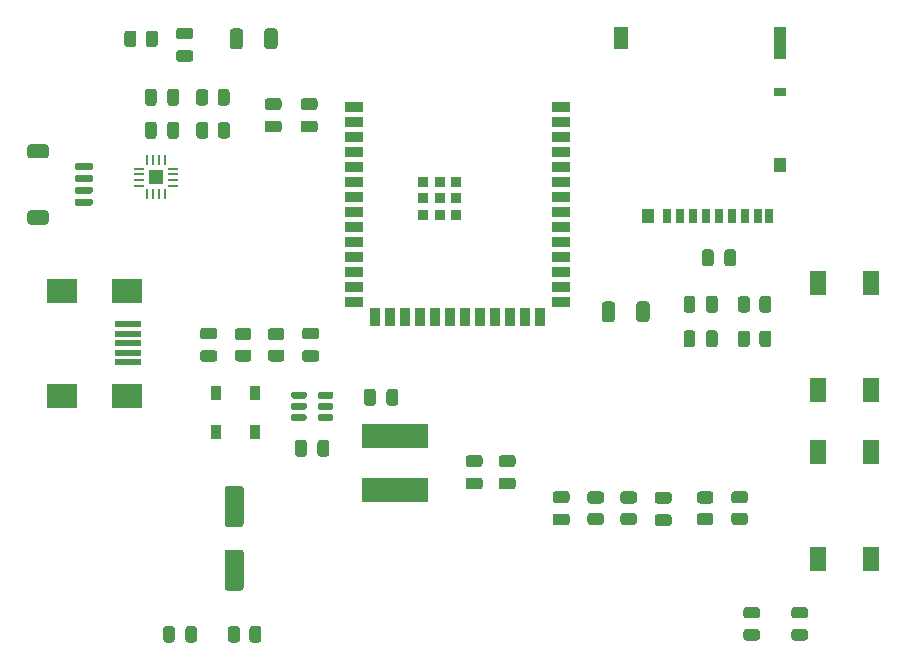
<source format=gtp>
G04 #@! TF.GenerationSoftware,KiCad,Pcbnew,6.0.2+dfsg-1*
G04 #@! TF.CreationDate,2023-03-16T12:58:22-06:00*
G04 #@! TF.ProjectId,ckt-soundplay,636b742d-736f-4756-9e64-706c61792e6b,rev?*
G04 #@! TF.SameCoordinates,Original*
G04 #@! TF.FileFunction,Paste,Top*
G04 #@! TF.FilePolarity,Positive*
%FSLAX46Y46*%
G04 Gerber Fmt 4.6, Leading zero omitted, Abs format (unit mm)*
G04 Created by KiCad (PCBNEW 6.0.2+dfsg-1) date 2023-03-16 12:58:22*
%MOMM*%
%LPD*%
G01*
G04 APERTURE LIST*
%ADD10R,1.400000X2.100000*%
%ADD11R,1.500000X0.900000*%
%ADD12R,0.900000X1.500000*%
%ADD13R,0.900000X0.900000*%
%ADD14R,5.562600X2.108200*%
%ADD15R,0.700000X1.200000*%
%ADD16R,1.000000X0.800000*%
%ADD17R,1.000000X1.200000*%
%ADD18R,1.300000X1.900000*%
%ADD19R,1.000000X2.800000*%
%ADD20R,2.300000X0.500000*%
%ADD21R,2.500000X2.000000*%
%ADD22R,0.900000X1.200000*%
%ADD23R,0.812800X0.254000*%
%ADD24R,0.254000X0.812800*%
%ADD25R,1.244600X1.244600*%
G04 APERTURE END LIST*
G36*
G01*
X35876001Y-144874000D02*
X35876001Y-143924000D01*
G75*
G02*
X36126001Y-143674000I250000J0D01*
G01*
X36626001Y-143674000D01*
G75*
G02*
X36876001Y-143924000I0J-250000D01*
G01*
X36876001Y-144874000D01*
G75*
G02*
X36626001Y-145124000I-250000J0D01*
G01*
X36126001Y-145124000D01*
G75*
G02*
X35876001Y-144874000I0J250000D01*
G01*
G37*
G36*
G01*
X37776001Y-144874000D02*
X37776001Y-143924000D01*
G75*
G02*
X38026001Y-143674000I250000J0D01*
G01*
X38526001Y-143674000D01*
G75*
G02*
X38776001Y-143924000I0J-250000D01*
G01*
X38776001Y-144874000D01*
G75*
G02*
X38526001Y-145124000I-250000J0D01*
G01*
X38026001Y-145124000D01*
G75*
G02*
X37776001Y-144874000I0J250000D01*
G01*
G37*
D10*
X92873000Y-180699000D03*
X92873000Y-171599000D03*
X97373000Y-180699000D03*
X97373000Y-171599000D03*
G36*
G01*
X48238000Y-166967000D02*
X48238000Y-166667000D01*
G75*
G02*
X48388000Y-166517000I150000J0D01*
G01*
X49413000Y-166517000D01*
G75*
G02*
X49563000Y-166667000I0J-150000D01*
G01*
X49563000Y-166967000D01*
G75*
G02*
X49413000Y-167117000I-150000J0D01*
G01*
X48388000Y-167117000D01*
G75*
G02*
X48238000Y-166967000I0J150000D01*
G01*
G37*
G36*
G01*
X48238000Y-167917000D02*
X48238000Y-167617000D01*
G75*
G02*
X48388000Y-167467000I150000J0D01*
G01*
X49413000Y-167467000D01*
G75*
G02*
X49563000Y-167617000I0J-150000D01*
G01*
X49563000Y-167917000D01*
G75*
G02*
X49413000Y-168067000I-150000J0D01*
G01*
X48388000Y-168067000D01*
G75*
G02*
X48238000Y-167917000I0J150000D01*
G01*
G37*
G36*
G01*
X48238000Y-168867000D02*
X48238000Y-168567000D01*
G75*
G02*
X48388000Y-168417000I150000J0D01*
G01*
X49413000Y-168417000D01*
G75*
G02*
X49563000Y-168567000I0J-150000D01*
G01*
X49563000Y-168867000D01*
G75*
G02*
X49413000Y-169017000I-150000J0D01*
G01*
X48388000Y-169017000D01*
G75*
G02*
X48238000Y-168867000I0J150000D01*
G01*
G37*
G36*
G01*
X50513000Y-168867000D02*
X50513000Y-168567000D01*
G75*
G02*
X50663000Y-168417000I150000J0D01*
G01*
X51688000Y-168417000D01*
G75*
G02*
X51838000Y-168567000I0J-150000D01*
G01*
X51838000Y-168867000D01*
G75*
G02*
X51688000Y-169017000I-150000J0D01*
G01*
X50663000Y-169017000D01*
G75*
G02*
X50513000Y-168867000I0J150000D01*
G01*
G37*
G36*
G01*
X50513000Y-167917000D02*
X50513000Y-167617000D01*
G75*
G02*
X50663000Y-167467000I150000J0D01*
G01*
X51688000Y-167467000D01*
G75*
G02*
X51838000Y-167617000I0J-150000D01*
G01*
X51838000Y-167917000D01*
G75*
G02*
X51688000Y-168067000I-150000J0D01*
G01*
X50663000Y-168067000D01*
G75*
G02*
X50513000Y-167917000I0J150000D01*
G01*
G37*
G36*
G01*
X50513000Y-166967000D02*
X50513000Y-166667000D01*
G75*
G02*
X50663000Y-166517000I150000J0D01*
G01*
X51688000Y-166517000D01*
G75*
G02*
X51838000Y-166667000I0J-150000D01*
G01*
X51838000Y-166967000D01*
G75*
G02*
X51688000Y-167117000I-150000J0D01*
G01*
X50663000Y-167117000D01*
G75*
G02*
X50513000Y-166967000I0J150000D01*
G01*
G37*
G36*
G01*
X48588000Y-171798000D02*
X48588000Y-170848000D01*
G75*
G02*
X48838000Y-170598000I250000J0D01*
G01*
X49338000Y-170598000D01*
G75*
G02*
X49588000Y-170848000I0J-250000D01*
G01*
X49588000Y-171798000D01*
G75*
G02*
X49338000Y-172048000I-250000J0D01*
G01*
X48838000Y-172048000D01*
G75*
G02*
X48588000Y-171798000I0J250000D01*
G01*
G37*
G36*
G01*
X50488000Y-171798000D02*
X50488000Y-170848000D01*
G75*
G02*
X50738000Y-170598000I250000J0D01*
G01*
X51238000Y-170598000D01*
G75*
G02*
X51488000Y-170848000I0J-250000D01*
G01*
X51488000Y-171798000D01*
G75*
G02*
X51238000Y-172048000I-250000J0D01*
G01*
X50738000Y-172048000D01*
G75*
G02*
X50488000Y-171798000I0J250000D01*
G01*
G37*
G36*
G01*
X50259000Y-144579000D02*
X49309000Y-144579000D01*
G75*
G02*
X49059000Y-144329000I0J250000D01*
G01*
X49059000Y-143829000D01*
G75*
G02*
X49309000Y-143579000I250000J0D01*
G01*
X50259000Y-143579000D01*
G75*
G02*
X50509000Y-143829000I0J-250000D01*
G01*
X50509000Y-144329000D01*
G75*
G02*
X50259000Y-144579000I-250000J0D01*
G01*
G37*
G36*
G01*
X50259000Y-142679000D02*
X49309000Y-142679000D01*
G75*
G02*
X49059000Y-142429000I0J250000D01*
G01*
X49059000Y-141929000D01*
G75*
G02*
X49309000Y-141679000I250000J0D01*
G01*
X50259000Y-141679000D01*
G75*
G02*
X50509000Y-141929000I0J-250000D01*
G01*
X50509000Y-142429000D01*
G75*
G02*
X50259000Y-142679000I-250000J0D01*
G01*
G37*
G36*
G01*
X40231000Y-144849000D02*
X40231000Y-143949000D01*
G75*
G02*
X40481000Y-143699000I250000J0D01*
G01*
X41006000Y-143699000D01*
G75*
G02*
X41256000Y-143949000I0J-250000D01*
G01*
X41256000Y-144849000D01*
G75*
G02*
X41006000Y-145099000I-250000J0D01*
G01*
X40481000Y-145099000D01*
G75*
G02*
X40231000Y-144849000I0J250000D01*
G01*
G37*
G36*
G01*
X42056000Y-144849000D02*
X42056000Y-143949000D01*
G75*
G02*
X42306000Y-143699000I250000J0D01*
G01*
X42831000Y-143699000D01*
G75*
G02*
X43081000Y-143949000I0J-250000D01*
G01*
X43081000Y-144849000D01*
G75*
G02*
X42831000Y-145099000I-250000J0D01*
G01*
X42306000Y-145099000D01*
G75*
G02*
X42056000Y-144849000I0J250000D01*
G01*
G37*
G36*
G01*
X67023000Y-174805000D02*
X66073000Y-174805000D01*
G75*
G02*
X65823000Y-174555000I0J250000D01*
G01*
X65823000Y-174055000D01*
G75*
G02*
X66073000Y-173805000I250000J0D01*
G01*
X67023000Y-173805000D01*
G75*
G02*
X67273000Y-174055000I0J-250000D01*
G01*
X67273000Y-174555000D01*
G75*
G02*
X67023000Y-174805000I-250000J0D01*
G01*
G37*
G36*
G01*
X67023000Y-172905000D02*
X66073000Y-172905000D01*
G75*
G02*
X65823000Y-172655000I0J250000D01*
G01*
X65823000Y-172155000D01*
G75*
G02*
X66073000Y-171905000I250000J0D01*
G01*
X67023000Y-171905000D01*
G75*
G02*
X67273000Y-172155000I0J-250000D01*
G01*
X67273000Y-172655000D01*
G75*
G02*
X67023000Y-172905000I-250000J0D01*
G01*
G37*
G36*
G01*
X84381000Y-161577000D02*
X84381000Y-162527000D01*
G75*
G02*
X84131000Y-162777000I-250000J0D01*
G01*
X83631000Y-162777000D01*
G75*
G02*
X83381000Y-162527000I0J250000D01*
G01*
X83381000Y-161577000D01*
G75*
G02*
X83631000Y-161327000I250000J0D01*
G01*
X84131000Y-161327000D01*
G75*
G02*
X84381000Y-161577000I0J-250000D01*
G01*
G37*
G36*
G01*
X82481000Y-161577000D02*
X82481000Y-162527000D01*
G75*
G02*
X82231000Y-162777000I-250000J0D01*
G01*
X81731000Y-162777000D01*
G75*
G02*
X81481000Y-162527000I0J250000D01*
G01*
X81481000Y-161577000D01*
G75*
G02*
X81731000Y-161327000I250000J0D01*
G01*
X82231000Y-161327000D01*
G75*
G02*
X82481000Y-161577000I0J-250000D01*
G01*
G37*
G36*
G01*
X88928000Y-161602000D02*
X88928000Y-162502000D01*
G75*
G02*
X88678000Y-162752000I-250000J0D01*
G01*
X88153000Y-162752000D01*
G75*
G02*
X87903000Y-162502000I0J250000D01*
G01*
X87903000Y-161602000D01*
G75*
G02*
X88153000Y-161352000I250000J0D01*
G01*
X88678000Y-161352000D01*
G75*
G02*
X88928000Y-161602000I0J-250000D01*
G01*
G37*
G36*
G01*
X87103000Y-161602000D02*
X87103000Y-162502000D01*
G75*
G02*
X86853000Y-162752000I-250000J0D01*
G01*
X86328000Y-162752000D01*
G75*
G02*
X86078000Y-162502000I0J250000D01*
G01*
X86078000Y-161602000D01*
G75*
G02*
X86328000Y-161352000I250000J0D01*
G01*
X86853000Y-161352000D01*
G75*
G02*
X87103000Y-161602000I0J-250000D01*
G01*
G37*
G36*
G01*
X42884000Y-174493000D02*
X43984000Y-174493000D01*
G75*
G02*
X44234000Y-174743000I0J-250000D01*
G01*
X44234000Y-177743000D01*
G75*
G02*
X43984000Y-177993000I-250000J0D01*
G01*
X42884000Y-177993000D01*
G75*
G02*
X42634000Y-177743000I0J250000D01*
G01*
X42634000Y-174743000D01*
G75*
G02*
X42884000Y-174493000I250000J0D01*
G01*
G37*
G36*
G01*
X42884000Y-179893000D02*
X43984000Y-179893000D01*
G75*
G02*
X44234000Y-180143000I0J-250000D01*
G01*
X44234000Y-183143000D01*
G75*
G02*
X43984000Y-183393000I-250000J0D01*
G01*
X42884000Y-183393000D01*
G75*
G02*
X42634000Y-183143000I0J250000D01*
G01*
X42634000Y-180143000D01*
G75*
G02*
X42884000Y-179893000I250000J0D01*
G01*
G37*
D11*
X53607000Y-142445000D03*
X53607000Y-143715000D03*
X53607000Y-144985000D03*
X53607000Y-146255000D03*
X53607000Y-147525000D03*
X53607000Y-148795000D03*
X53607000Y-150065000D03*
X53607000Y-151335000D03*
X53607000Y-152605000D03*
X53607000Y-153875000D03*
X53607000Y-155145000D03*
X53607000Y-156415000D03*
X53607000Y-157685000D03*
X53607000Y-158955000D03*
D12*
X55372000Y-160205000D03*
X56642000Y-160205000D03*
X57912000Y-160205000D03*
X59182000Y-160205000D03*
X60452000Y-160205000D03*
X61722000Y-160205000D03*
X62992000Y-160205000D03*
X64262000Y-160205000D03*
X65532000Y-160205000D03*
X66802000Y-160205000D03*
X68072000Y-160205000D03*
X69342000Y-160205000D03*
D11*
X71107000Y-158955000D03*
X71107000Y-157685000D03*
X71107000Y-156415000D03*
X71107000Y-155145000D03*
X71107000Y-153875000D03*
X71107000Y-152605000D03*
X71107000Y-151335000D03*
X71107000Y-150065000D03*
X71107000Y-148795000D03*
X71107000Y-147525000D03*
X71107000Y-146255000D03*
X71107000Y-144985000D03*
X71107000Y-143715000D03*
X71107000Y-142445000D03*
D13*
X60857000Y-148765000D03*
X62257000Y-148765000D03*
X59457000Y-151565000D03*
X62257000Y-151565000D03*
X59457000Y-150165000D03*
X59457000Y-148765000D03*
X60857000Y-150165000D03*
X62257000Y-150165000D03*
X60857000Y-151565000D03*
G36*
G01*
X84381000Y-158656000D02*
X84381000Y-159606000D01*
G75*
G02*
X84131000Y-159856000I-250000J0D01*
G01*
X83631000Y-159856000D01*
G75*
G02*
X83381000Y-159606000I0J250000D01*
G01*
X83381000Y-158656000D01*
G75*
G02*
X83631000Y-158406000I250000J0D01*
G01*
X84131000Y-158406000D01*
G75*
G02*
X84381000Y-158656000I0J-250000D01*
G01*
G37*
G36*
G01*
X82481000Y-158656000D02*
X82481000Y-159606000D01*
G75*
G02*
X82231000Y-159856000I-250000J0D01*
G01*
X81731000Y-159856000D01*
G75*
G02*
X81481000Y-159606000I0J250000D01*
G01*
X81481000Y-158656000D01*
G75*
G02*
X81731000Y-158406000I250000J0D01*
G01*
X82231000Y-158406000D01*
G75*
G02*
X82481000Y-158656000I0J-250000D01*
G01*
G37*
G36*
G01*
X42898000Y-187521000D02*
X42898000Y-186621000D01*
G75*
G02*
X43148000Y-186371000I250000J0D01*
G01*
X43673000Y-186371000D01*
G75*
G02*
X43923000Y-186621000I0J-250000D01*
G01*
X43923000Y-187521000D01*
G75*
G02*
X43673000Y-187771000I-250000J0D01*
G01*
X43148000Y-187771000D01*
G75*
G02*
X42898000Y-187521000I0J250000D01*
G01*
G37*
G36*
G01*
X44723000Y-187521000D02*
X44723000Y-186621000D01*
G75*
G02*
X44973000Y-186371000I250000J0D01*
G01*
X45498000Y-186371000D01*
G75*
G02*
X45748000Y-186621000I0J-250000D01*
G01*
X45748000Y-187521000D01*
G75*
G02*
X45498000Y-187771000I-250000J0D01*
G01*
X44973000Y-187771000D01*
G75*
G02*
X44723000Y-187521000I0J250000D01*
G01*
G37*
G36*
G01*
X86683000Y-177804500D02*
X85783000Y-177804500D01*
G75*
G02*
X85533000Y-177554500I0J250000D01*
G01*
X85533000Y-177029500D01*
G75*
G02*
X85783000Y-176779500I250000J0D01*
G01*
X86683000Y-176779500D01*
G75*
G02*
X86933000Y-177029500I0J-250000D01*
G01*
X86933000Y-177554500D01*
G75*
G02*
X86683000Y-177804500I-250000J0D01*
G01*
G37*
G36*
G01*
X86683000Y-175979500D02*
X85783000Y-175979500D01*
G75*
G02*
X85533000Y-175729500I0J250000D01*
G01*
X85533000Y-175204500D01*
G75*
G02*
X85783000Y-174954500I250000J0D01*
G01*
X86683000Y-174954500D01*
G75*
G02*
X86933000Y-175204500I0J-250000D01*
G01*
X86933000Y-175729500D01*
G75*
G02*
X86683000Y-175979500I-250000J0D01*
G01*
G37*
D14*
X57023000Y-170294300D03*
X57023000Y-174891700D03*
G36*
G01*
X91769250Y-187607000D02*
X90856750Y-187607000D01*
G75*
G02*
X90613000Y-187363250I0J243750D01*
G01*
X90613000Y-186875750D01*
G75*
G02*
X90856750Y-186632000I243750J0D01*
G01*
X91769250Y-186632000D01*
G75*
G02*
X92013000Y-186875750I0J-243750D01*
G01*
X92013000Y-187363250D01*
G75*
G02*
X91769250Y-187607000I-243750J0D01*
G01*
G37*
G36*
G01*
X91769250Y-185732000D02*
X90856750Y-185732000D01*
G75*
G02*
X90613000Y-185488250I0J243750D01*
G01*
X90613000Y-185000750D01*
G75*
G02*
X90856750Y-184757000I243750J0D01*
G01*
X91769250Y-184757000D01*
G75*
G02*
X92013000Y-185000750I0J-243750D01*
G01*
X92013000Y-185488250D01*
G75*
G02*
X91769250Y-185732000I-243750J0D01*
G01*
G37*
G36*
G01*
X47211000Y-144579000D02*
X46261000Y-144579000D01*
G75*
G02*
X46011000Y-144329000I0J250000D01*
G01*
X46011000Y-143829000D01*
G75*
G02*
X46261000Y-143579000I250000J0D01*
G01*
X47211000Y-143579000D01*
G75*
G02*
X47461000Y-143829000I0J-250000D01*
G01*
X47461000Y-144329000D01*
G75*
G02*
X47211000Y-144579000I-250000J0D01*
G01*
G37*
G36*
G01*
X47211000Y-142679000D02*
X46261000Y-142679000D01*
G75*
G02*
X46011000Y-142429000I0J250000D01*
G01*
X46011000Y-141929000D01*
G75*
G02*
X46261000Y-141679000I250000J0D01*
G01*
X47211000Y-141679000D01*
G75*
G02*
X47461000Y-141929000I0J-250000D01*
G01*
X47461000Y-142429000D01*
G75*
G02*
X47211000Y-142679000I-250000J0D01*
G01*
G37*
G36*
G01*
X83762000Y-177828000D02*
X82862000Y-177828000D01*
G75*
G02*
X82612000Y-177578000I0J250000D01*
G01*
X82612000Y-177053000D01*
G75*
G02*
X82862000Y-176803000I250000J0D01*
G01*
X83762000Y-176803000D01*
G75*
G02*
X84012000Y-177053000I0J-250000D01*
G01*
X84012000Y-177578000D01*
G75*
G02*
X83762000Y-177828000I-250000J0D01*
G01*
G37*
G36*
G01*
X83762000Y-176003000D02*
X82862000Y-176003000D01*
G75*
G02*
X82612000Y-175753000I0J250000D01*
G01*
X82612000Y-175228000D01*
G75*
G02*
X82862000Y-174978000I250000J0D01*
G01*
X83762000Y-174978000D01*
G75*
G02*
X84012000Y-175228000I0J-250000D01*
G01*
X84012000Y-175753000D01*
G75*
G02*
X83762000Y-176003000I-250000J0D01*
G01*
G37*
G36*
G01*
X43060000Y-137277000D02*
X43060000Y-136027000D01*
G75*
G02*
X43310000Y-135777000I250000J0D01*
G01*
X43935000Y-135777000D01*
G75*
G02*
X44185000Y-136027000I0J-250000D01*
G01*
X44185000Y-137277000D01*
G75*
G02*
X43935000Y-137527000I-250000J0D01*
G01*
X43310000Y-137527000D01*
G75*
G02*
X43060000Y-137277000I0J250000D01*
G01*
G37*
G36*
G01*
X45985000Y-137277000D02*
X45985000Y-136027000D01*
G75*
G02*
X46235000Y-135777000I250000J0D01*
G01*
X46860000Y-135777000D01*
G75*
G02*
X47110000Y-136027000I0J-250000D01*
G01*
X47110000Y-137277000D01*
G75*
G02*
X46860000Y-137527000I-250000J0D01*
G01*
X46235000Y-137527000D01*
G75*
G02*
X45985000Y-137277000I0J250000D01*
G01*
G37*
D15*
X80059000Y-151668000D03*
X81159000Y-151668000D03*
X82259000Y-151668000D03*
X83359000Y-151668000D03*
X84459000Y-151668000D03*
X85559000Y-151668000D03*
X86659000Y-151668000D03*
X87759000Y-151668000D03*
X88709000Y-151668000D03*
D16*
X89659000Y-141168000D03*
D17*
X78509000Y-151668000D03*
D18*
X76159000Y-136568000D03*
D19*
X89659000Y-137018000D03*
D17*
X89659000Y-147368000D03*
G36*
G01*
X30077000Y-147177000D02*
X31327000Y-147177000D01*
G75*
G02*
X31477000Y-147327000I0J-150000D01*
G01*
X31477000Y-147627000D01*
G75*
G02*
X31327000Y-147777000I-150000J0D01*
G01*
X30077000Y-147777000D01*
G75*
G02*
X29927000Y-147627000I0J150000D01*
G01*
X29927000Y-147327000D01*
G75*
G02*
X30077000Y-147177000I150000J0D01*
G01*
G37*
G36*
G01*
X30077000Y-148177000D02*
X31327000Y-148177000D01*
G75*
G02*
X31477000Y-148327000I0J-150000D01*
G01*
X31477000Y-148627000D01*
G75*
G02*
X31327000Y-148777000I-150000J0D01*
G01*
X30077000Y-148777000D01*
G75*
G02*
X29927000Y-148627000I0J150000D01*
G01*
X29927000Y-148327000D01*
G75*
G02*
X30077000Y-148177000I150000J0D01*
G01*
G37*
G36*
G01*
X30077000Y-149177000D02*
X31327000Y-149177000D01*
G75*
G02*
X31477000Y-149327000I0J-150000D01*
G01*
X31477000Y-149627000D01*
G75*
G02*
X31327000Y-149777000I-150000J0D01*
G01*
X30077000Y-149777000D01*
G75*
G02*
X29927000Y-149627000I0J150000D01*
G01*
X29927000Y-149327000D01*
G75*
G02*
X30077000Y-149177000I150000J0D01*
G01*
G37*
G36*
G01*
X30077000Y-150177000D02*
X31327000Y-150177000D01*
G75*
G02*
X31477000Y-150327000I0J-150000D01*
G01*
X31477000Y-150627000D01*
G75*
G02*
X31327000Y-150777000I-150000J0D01*
G01*
X30077000Y-150777000D01*
G75*
G02*
X29927000Y-150627000I0J150000D01*
G01*
X29927000Y-150327000D01*
G75*
G02*
X30077000Y-150177000I150000J0D01*
G01*
G37*
G36*
G01*
X26177000Y-151177000D02*
X27477000Y-151177000D01*
G75*
G02*
X27727000Y-151427000I0J-250000D01*
G01*
X27727000Y-152127000D01*
G75*
G02*
X27477000Y-152377000I-250000J0D01*
G01*
X26177000Y-152377000D01*
G75*
G02*
X25927000Y-152127000I0J250000D01*
G01*
X25927000Y-151427000D01*
G75*
G02*
X26177000Y-151177000I250000J0D01*
G01*
G37*
G36*
G01*
X26177000Y-145577000D02*
X27477000Y-145577000D01*
G75*
G02*
X27727000Y-145827000I0J-250000D01*
G01*
X27727000Y-146527000D01*
G75*
G02*
X27477000Y-146777000I-250000J0D01*
G01*
X26177000Y-146777000D01*
G75*
G02*
X25927000Y-146527000I0J250000D01*
G01*
X25927000Y-145827000D01*
G75*
G02*
X26177000Y-145577000I250000J0D01*
G01*
G37*
G36*
G01*
X49436000Y-161110000D02*
X50386000Y-161110000D01*
G75*
G02*
X50636000Y-161360000I0J-250000D01*
G01*
X50636000Y-161860000D01*
G75*
G02*
X50386000Y-162110000I-250000J0D01*
G01*
X49436000Y-162110000D01*
G75*
G02*
X49186000Y-161860000I0J250000D01*
G01*
X49186000Y-161360000D01*
G75*
G02*
X49436000Y-161110000I250000J0D01*
G01*
G37*
G36*
G01*
X49436000Y-163010000D02*
X50386000Y-163010000D01*
G75*
G02*
X50636000Y-163260000I0J-250000D01*
G01*
X50636000Y-163760000D01*
G75*
G02*
X50386000Y-164010000I-250000J0D01*
G01*
X49436000Y-164010000D01*
G75*
G02*
X49186000Y-163760000I0J250000D01*
G01*
X49186000Y-163260000D01*
G75*
G02*
X49436000Y-163010000I250000J0D01*
G01*
G37*
G36*
G01*
X78606000Y-159141000D02*
X78606000Y-160391000D01*
G75*
G02*
X78356000Y-160641000I-250000J0D01*
G01*
X77731000Y-160641000D01*
G75*
G02*
X77481000Y-160391000I0J250000D01*
G01*
X77481000Y-159141000D01*
G75*
G02*
X77731000Y-158891000I250000J0D01*
G01*
X78356000Y-158891000D01*
G75*
G02*
X78606000Y-159141000I0J-250000D01*
G01*
G37*
G36*
G01*
X75681000Y-159141000D02*
X75681000Y-160391000D01*
G75*
G02*
X75431000Y-160641000I-250000J0D01*
G01*
X74806000Y-160641000D01*
G75*
G02*
X74556000Y-160391000I0J250000D01*
G01*
X74556000Y-159141000D01*
G75*
G02*
X74806000Y-158891000I250000J0D01*
G01*
X75431000Y-158891000D01*
G75*
G02*
X75681000Y-159141000I0J-250000D01*
G01*
G37*
G36*
G01*
X40800000Y-161110000D02*
X41750000Y-161110000D01*
G75*
G02*
X42000000Y-161360000I0J-250000D01*
G01*
X42000000Y-161860000D01*
G75*
G02*
X41750000Y-162110000I-250000J0D01*
G01*
X40800000Y-162110000D01*
G75*
G02*
X40550000Y-161860000I0J250000D01*
G01*
X40550000Y-161360000D01*
G75*
G02*
X40800000Y-161110000I250000J0D01*
G01*
G37*
G36*
G01*
X40800000Y-163010000D02*
X41750000Y-163010000D01*
G75*
G02*
X42000000Y-163260000I0J-250000D01*
G01*
X42000000Y-163760000D01*
G75*
G02*
X41750000Y-164010000I-250000J0D01*
G01*
X40800000Y-164010000D01*
G75*
G02*
X40550000Y-163760000I0J250000D01*
G01*
X40550000Y-163260000D01*
G75*
G02*
X40800000Y-163010000I250000J0D01*
G01*
G37*
D20*
X34429000Y-160828000D03*
X34429000Y-161628000D03*
X34429000Y-162428000D03*
X34429000Y-163228000D03*
X34429000Y-164028000D03*
D21*
X34329000Y-166878000D03*
X28829000Y-157978000D03*
X34329000Y-157978000D03*
X28829000Y-166878000D03*
G36*
G01*
X74491000Y-177828000D02*
X73591000Y-177828000D01*
G75*
G02*
X73341000Y-177578000I0J250000D01*
G01*
X73341000Y-177053000D01*
G75*
G02*
X73591000Y-176803000I250000J0D01*
G01*
X74491000Y-176803000D01*
G75*
G02*
X74741000Y-177053000I0J-250000D01*
G01*
X74741000Y-177578000D01*
G75*
G02*
X74491000Y-177828000I-250000J0D01*
G01*
G37*
G36*
G01*
X74491000Y-176003000D02*
X73591000Y-176003000D01*
G75*
G02*
X73341000Y-175753000I0J250000D01*
G01*
X73341000Y-175228000D01*
G75*
G02*
X73591000Y-174978000I250000J0D01*
G01*
X74491000Y-174978000D01*
G75*
G02*
X74741000Y-175228000I0J-250000D01*
G01*
X74741000Y-175753000D01*
G75*
G02*
X74491000Y-176003000I-250000J0D01*
G01*
G37*
G36*
G01*
X77285000Y-177828000D02*
X76385000Y-177828000D01*
G75*
G02*
X76135000Y-177578000I0J250000D01*
G01*
X76135000Y-177053000D01*
G75*
G02*
X76385000Y-176803000I250000J0D01*
G01*
X77285000Y-176803000D01*
G75*
G02*
X77535000Y-177053000I0J-250000D01*
G01*
X77535000Y-177578000D01*
G75*
G02*
X77285000Y-177828000I-250000J0D01*
G01*
G37*
G36*
G01*
X77285000Y-176003000D02*
X76385000Y-176003000D01*
G75*
G02*
X76135000Y-175753000I0J250000D01*
G01*
X76135000Y-175228000D01*
G75*
G02*
X76385000Y-174978000I250000J0D01*
G01*
X77285000Y-174978000D01*
G75*
G02*
X77535000Y-175228000I0J-250000D01*
G01*
X77535000Y-175753000D01*
G75*
G02*
X77285000Y-176003000I-250000J0D01*
G01*
G37*
G36*
G01*
X87705250Y-187607000D02*
X86792750Y-187607000D01*
G75*
G02*
X86549000Y-187363250I0J243750D01*
G01*
X86549000Y-186875750D01*
G75*
G02*
X86792750Y-186632000I243750J0D01*
G01*
X87705250Y-186632000D01*
G75*
G02*
X87949000Y-186875750I0J-243750D01*
G01*
X87949000Y-187363250D01*
G75*
G02*
X87705250Y-187607000I-243750J0D01*
G01*
G37*
G36*
G01*
X87705250Y-185732000D02*
X86792750Y-185732000D01*
G75*
G02*
X86549000Y-185488250I0J243750D01*
G01*
X86549000Y-185000750D01*
G75*
G02*
X86792750Y-184757000I243750J0D01*
G01*
X87705250Y-184757000D01*
G75*
G02*
X87949000Y-185000750I0J-243750D01*
G01*
X87949000Y-185488250D01*
G75*
G02*
X87705250Y-185732000I-243750J0D01*
G01*
G37*
D22*
X45211000Y-166624000D03*
X41911000Y-166624000D03*
G36*
G01*
X83035000Y-155669000D02*
X83035000Y-154719000D01*
G75*
G02*
X83285000Y-154469000I250000J0D01*
G01*
X83785000Y-154469000D01*
G75*
G02*
X84035000Y-154719000I0J-250000D01*
G01*
X84035000Y-155669000D01*
G75*
G02*
X83785000Y-155919000I-250000J0D01*
G01*
X83285000Y-155919000D01*
G75*
G02*
X83035000Y-155669000I0J250000D01*
G01*
G37*
G36*
G01*
X84935000Y-155669000D02*
X84935000Y-154719000D01*
G75*
G02*
X85185000Y-154469000I250000J0D01*
G01*
X85685000Y-154469000D01*
G75*
G02*
X85935000Y-154719000I0J-250000D01*
G01*
X85935000Y-155669000D01*
G75*
G02*
X85685000Y-155919000I-250000J0D01*
G01*
X85185000Y-155919000D01*
G75*
G02*
X84935000Y-155669000I0J250000D01*
G01*
G37*
G36*
G01*
X44646000Y-163985000D02*
X43746000Y-163985000D01*
G75*
G02*
X43496000Y-163735000I0J250000D01*
G01*
X43496000Y-163210000D01*
G75*
G02*
X43746000Y-162960000I250000J0D01*
G01*
X44646000Y-162960000D01*
G75*
G02*
X44896000Y-163210000I0J-250000D01*
G01*
X44896000Y-163735000D01*
G75*
G02*
X44646000Y-163985000I-250000J0D01*
G01*
G37*
G36*
G01*
X44646000Y-162160000D02*
X43746000Y-162160000D01*
G75*
G02*
X43496000Y-161910000I0J250000D01*
G01*
X43496000Y-161385000D01*
G75*
G02*
X43746000Y-161135000I250000J0D01*
G01*
X44646000Y-161135000D01*
G75*
G02*
X44896000Y-161385000I0J-250000D01*
G01*
X44896000Y-161910000D01*
G75*
G02*
X44646000Y-162160000I-250000J0D01*
G01*
G37*
G36*
G01*
X70645000Y-174953000D02*
X71595000Y-174953000D01*
G75*
G02*
X71845000Y-175203000I0J-250000D01*
G01*
X71845000Y-175703000D01*
G75*
G02*
X71595000Y-175953000I-250000J0D01*
G01*
X70645000Y-175953000D01*
G75*
G02*
X70395000Y-175703000I0J250000D01*
G01*
X70395000Y-175203000D01*
G75*
G02*
X70645000Y-174953000I250000J0D01*
G01*
G37*
G36*
G01*
X70645000Y-176853000D02*
X71595000Y-176853000D01*
G75*
G02*
X71845000Y-177103000I0J-250000D01*
G01*
X71845000Y-177603000D01*
G75*
G02*
X71595000Y-177853000I-250000J0D01*
G01*
X70645000Y-177853000D01*
G75*
G02*
X70395000Y-177603000I0J250000D01*
G01*
X70395000Y-177103000D01*
G75*
G02*
X70645000Y-176853000I250000J0D01*
G01*
G37*
G36*
G01*
X79281000Y-175014000D02*
X80231000Y-175014000D01*
G75*
G02*
X80481000Y-175264000I0J-250000D01*
G01*
X80481000Y-175764000D01*
G75*
G02*
X80231000Y-176014000I-250000J0D01*
G01*
X79281000Y-176014000D01*
G75*
G02*
X79031000Y-175764000I0J250000D01*
G01*
X79031000Y-175264000D01*
G75*
G02*
X79281000Y-175014000I250000J0D01*
G01*
G37*
G36*
G01*
X79281000Y-176914000D02*
X80231000Y-176914000D01*
G75*
G02*
X80481000Y-177164000I0J-250000D01*
G01*
X80481000Y-177664000D01*
G75*
G02*
X80231000Y-177914000I-250000J0D01*
G01*
X79281000Y-177914000D01*
G75*
G02*
X79031000Y-177664000I0J250000D01*
G01*
X79031000Y-177164000D01*
G75*
G02*
X79281000Y-176914000I250000J0D01*
G01*
G37*
G36*
G01*
X36985000Y-136202000D02*
X36985000Y-137102000D01*
G75*
G02*
X36735000Y-137352000I-250000J0D01*
G01*
X36210000Y-137352000D01*
G75*
G02*
X35960000Y-137102000I0J250000D01*
G01*
X35960000Y-136202000D01*
G75*
G02*
X36210000Y-135952000I250000J0D01*
G01*
X36735000Y-135952000D01*
G75*
G02*
X36985000Y-136202000I0J-250000D01*
G01*
G37*
G36*
G01*
X35160000Y-136202000D02*
X35160000Y-137102000D01*
G75*
G02*
X34910000Y-137352000I-250000J0D01*
G01*
X34385000Y-137352000D01*
G75*
G02*
X34135000Y-137102000I0J250000D01*
G01*
X34135000Y-136202000D01*
G75*
G02*
X34385000Y-135952000I250000J0D01*
G01*
X34910000Y-135952000D01*
G75*
G02*
X35160000Y-136202000I0J-250000D01*
G01*
G37*
G36*
G01*
X64229000Y-174805000D02*
X63279000Y-174805000D01*
G75*
G02*
X63029000Y-174555000I0J250000D01*
G01*
X63029000Y-174055000D01*
G75*
G02*
X63279000Y-173805000I250000J0D01*
G01*
X64229000Y-173805000D01*
G75*
G02*
X64479000Y-174055000I0J-250000D01*
G01*
X64479000Y-174555000D01*
G75*
G02*
X64229000Y-174805000I-250000J0D01*
G01*
G37*
G36*
G01*
X64229000Y-172905000D02*
X63279000Y-172905000D01*
G75*
G02*
X63029000Y-172655000I0J250000D01*
G01*
X63029000Y-172155000D01*
G75*
G02*
X63279000Y-171905000I250000J0D01*
G01*
X64229000Y-171905000D01*
G75*
G02*
X64479000Y-172155000I0J-250000D01*
G01*
X64479000Y-172655000D01*
G75*
G02*
X64229000Y-172905000I-250000J0D01*
G01*
G37*
G36*
G01*
X47440000Y-163985000D02*
X46540000Y-163985000D01*
G75*
G02*
X46290000Y-163735000I0J250000D01*
G01*
X46290000Y-163210000D01*
G75*
G02*
X46540000Y-162960000I250000J0D01*
G01*
X47440000Y-162960000D01*
G75*
G02*
X47690000Y-163210000I0J-250000D01*
G01*
X47690000Y-163735000D01*
G75*
G02*
X47440000Y-163985000I-250000J0D01*
G01*
G37*
G36*
G01*
X47440000Y-162160000D02*
X46540000Y-162160000D01*
G75*
G02*
X46290000Y-161910000I0J250000D01*
G01*
X46290000Y-161385000D01*
G75*
G02*
X46540000Y-161135000I250000J0D01*
G01*
X47440000Y-161135000D01*
G75*
G02*
X47690000Y-161385000I0J-250000D01*
G01*
X47690000Y-161910000D01*
G75*
G02*
X47440000Y-162160000I-250000J0D01*
G01*
G37*
G36*
G01*
X43057500Y-141155000D02*
X43057500Y-142055000D01*
G75*
G02*
X42807500Y-142305000I-250000J0D01*
G01*
X42282500Y-142305000D01*
G75*
G02*
X42032500Y-142055000I0J250000D01*
G01*
X42032500Y-141155000D01*
G75*
G02*
X42282500Y-140905000I250000J0D01*
G01*
X42807500Y-140905000D01*
G75*
G02*
X43057500Y-141155000I0J-250000D01*
G01*
G37*
G36*
G01*
X41232500Y-141155000D02*
X41232500Y-142055000D01*
G75*
G02*
X40982500Y-142305000I-250000J0D01*
G01*
X40457500Y-142305000D01*
G75*
G02*
X40207500Y-142055000I0J250000D01*
G01*
X40207500Y-141155000D01*
G75*
G02*
X40457500Y-140905000I250000J0D01*
G01*
X40982500Y-140905000D01*
G75*
G02*
X41232500Y-141155000I0J-250000D01*
G01*
G37*
D10*
X92873000Y-166418500D03*
X92873000Y-157318500D03*
X97373000Y-166418500D03*
X97373000Y-157318500D03*
G36*
G01*
X57330000Y-166530000D02*
X57330000Y-167480000D01*
G75*
G02*
X57080000Y-167730000I-250000J0D01*
G01*
X56580000Y-167730000D01*
G75*
G02*
X56330000Y-167480000I0J250000D01*
G01*
X56330000Y-166530000D01*
G75*
G02*
X56580000Y-166280000I250000J0D01*
G01*
X57080000Y-166280000D01*
G75*
G02*
X57330000Y-166530000I0J-250000D01*
G01*
G37*
G36*
G01*
X55430000Y-166530000D02*
X55430000Y-167480000D01*
G75*
G02*
X55180000Y-167730000I-250000J0D01*
G01*
X54680000Y-167730000D01*
G75*
G02*
X54430000Y-167480000I0J250000D01*
G01*
X54430000Y-166530000D01*
G75*
G02*
X54680000Y-166280000I250000J0D01*
G01*
X55180000Y-166280000D01*
G75*
G02*
X55430000Y-166530000I0J-250000D01*
G01*
G37*
D23*
X38265801Y-149136801D03*
X38265801Y-148636800D03*
X38265801Y-148136800D03*
X38265801Y-147636799D03*
D24*
X37568002Y-146939000D03*
X37068001Y-146939000D03*
X36568001Y-146939000D03*
X36068000Y-146939000D03*
D23*
X35370201Y-147636799D03*
X35370201Y-148136800D03*
X35370201Y-148636800D03*
X35370201Y-149136801D03*
D24*
X36068000Y-149834600D03*
X36568001Y-149834600D03*
X37068001Y-149834600D03*
X37568002Y-149834600D03*
D25*
X36818001Y-148386800D03*
G36*
G01*
X35876001Y-142080000D02*
X35876001Y-141130000D01*
G75*
G02*
X36126001Y-140880000I250000J0D01*
G01*
X36626001Y-140880000D01*
G75*
G02*
X36876001Y-141130000I0J-250000D01*
G01*
X36876001Y-142080000D01*
G75*
G02*
X36626001Y-142330000I-250000J0D01*
G01*
X36126001Y-142330000D01*
G75*
G02*
X35876001Y-142080000I0J250000D01*
G01*
G37*
G36*
G01*
X37776001Y-142080000D02*
X37776001Y-141130000D01*
G75*
G02*
X38026001Y-140880000I250000J0D01*
G01*
X38526001Y-140880000D01*
G75*
G02*
X38776001Y-141130000I0J-250000D01*
G01*
X38776001Y-142080000D01*
G75*
G02*
X38526001Y-142330000I-250000J0D01*
G01*
X38026001Y-142330000D01*
G75*
G02*
X37776001Y-142080000I0J250000D01*
G01*
G37*
G36*
G01*
X88928000Y-158681000D02*
X88928000Y-159581000D01*
G75*
G02*
X88678000Y-159831000I-250000J0D01*
G01*
X88153000Y-159831000D01*
G75*
G02*
X87903000Y-159581000I0J250000D01*
G01*
X87903000Y-158681000D01*
G75*
G02*
X88153000Y-158431000I250000J0D01*
G01*
X88678000Y-158431000D01*
G75*
G02*
X88928000Y-158681000I0J-250000D01*
G01*
G37*
G36*
G01*
X87103000Y-158681000D02*
X87103000Y-159581000D01*
G75*
G02*
X86853000Y-159831000I-250000J0D01*
G01*
X86328000Y-159831000D01*
G75*
G02*
X86078000Y-159581000I0J250000D01*
G01*
X86078000Y-158681000D01*
G75*
G02*
X86328000Y-158431000I250000J0D01*
G01*
X86853000Y-158431000D01*
G75*
G02*
X87103000Y-158681000I0J-250000D01*
G01*
G37*
D22*
X45211000Y-169926000D03*
X41911000Y-169926000D03*
G36*
G01*
X38768000Y-135710000D02*
X39718000Y-135710000D01*
G75*
G02*
X39968000Y-135960000I0J-250000D01*
G01*
X39968000Y-136460000D01*
G75*
G02*
X39718000Y-136710000I-250000J0D01*
G01*
X38768000Y-136710000D01*
G75*
G02*
X38518000Y-136460000I0J250000D01*
G01*
X38518000Y-135960000D01*
G75*
G02*
X38768000Y-135710000I250000J0D01*
G01*
G37*
G36*
G01*
X38768000Y-137610000D02*
X39718000Y-137610000D01*
G75*
G02*
X39968000Y-137860000I0J-250000D01*
G01*
X39968000Y-138360000D01*
G75*
G02*
X39718000Y-138610000I-250000J0D01*
G01*
X38768000Y-138610000D01*
G75*
G02*
X38518000Y-138360000I0J250000D01*
G01*
X38518000Y-137860000D01*
G75*
G02*
X38768000Y-137610000I250000J0D01*
G01*
G37*
G36*
G01*
X37437000Y-187527250D02*
X37437000Y-186614750D01*
G75*
G02*
X37680750Y-186371000I243750J0D01*
G01*
X38168250Y-186371000D01*
G75*
G02*
X38412000Y-186614750I0J-243750D01*
G01*
X38412000Y-187527250D01*
G75*
G02*
X38168250Y-187771000I-243750J0D01*
G01*
X37680750Y-187771000D01*
G75*
G02*
X37437000Y-187527250I0J243750D01*
G01*
G37*
G36*
G01*
X39312000Y-187527250D02*
X39312000Y-186614750D01*
G75*
G02*
X39555750Y-186371000I243750J0D01*
G01*
X40043250Y-186371000D01*
G75*
G02*
X40287000Y-186614750I0J-243750D01*
G01*
X40287000Y-187527250D01*
G75*
G02*
X40043250Y-187771000I-243750J0D01*
G01*
X39555750Y-187771000D01*
G75*
G02*
X39312000Y-187527250I0J243750D01*
G01*
G37*
M02*

</source>
